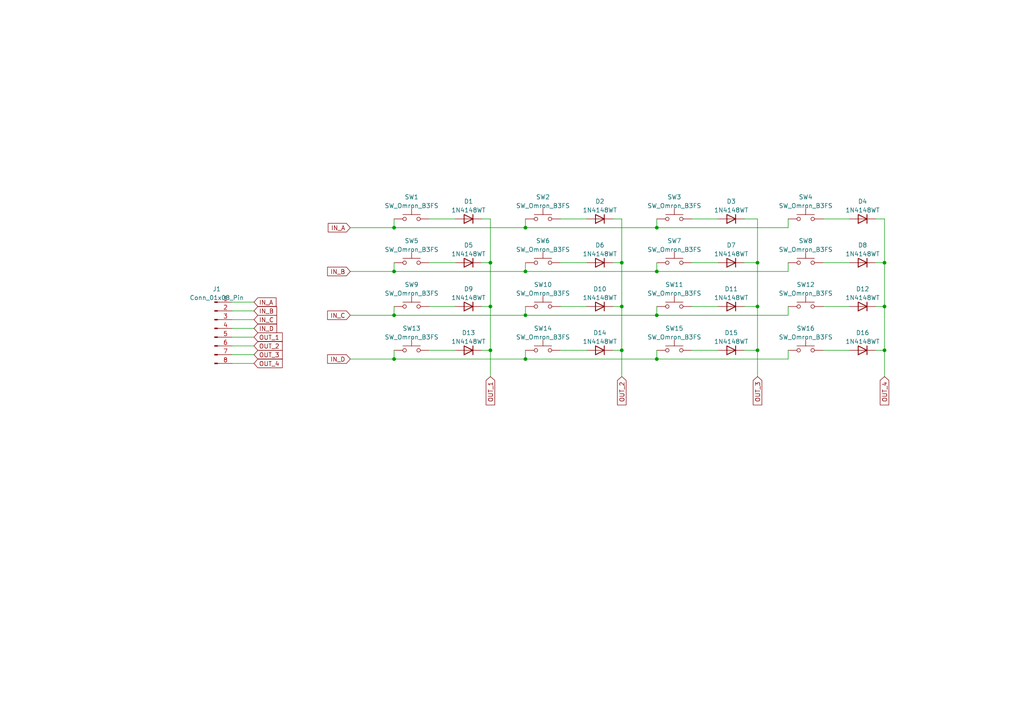
<source format=kicad_sch>
(kicad_sch (version 20230121) (generator eeschema)

  (uuid a127da7a-747c-4bfd-9203-03a6bcfb0c19)

  (paper "A4")

  (lib_symbols
    (symbol "Connector:Conn_01x08_Pin" (pin_names (offset 1.016) hide) (in_bom yes) (on_board yes)
      (property "Reference" "J" (at 0 10.16 0)
        (effects (font (size 1.27 1.27)))
      )
      (property "Value" "Conn_01x08_Pin" (at 0 -12.7 0)
        (effects (font (size 1.27 1.27)))
      )
      (property "Footprint" "" (at 0 0 0)
        (effects (font (size 1.27 1.27)) hide)
      )
      (property "Datasheet" "~" (at 0 0 0)
        (effects (font (size 1.27 1.27)) hide)
      )
      (property "ki_locked" "" (at 0 0 0)
        (effects (font (size 1.27 1.27)))
      )
      (property "ki_keywords" "connector" (at 0 0 0)
        (effects (font (size 1.27 1.27)) hide)
      )
      (property "ki_description" "Generic connector, single row, 01x08, script generated" (at 0 0 0)
        (effects (font (size 1.27 1.27)) hide)
      )
      (property "ki_fp_filters" "Connector*:*_1x??_*" (at 0 0 0)
        (effects (font (size 1.27 1.27)) hide)
      )
      (symbol "Conn_01x08_Pin_1_1"
        (polyline
          (pts
            (xy 1.27 -10.16)
            (xy 0.8636 -10.16)
          )
          (stroke (width 0.1524) (type default))
          (fill (type none))
        )
        (polyline
          (pts
            (xy 1.27 -7.62)
            (xy 0.8636 -7.62)
          )
          (stroke (width 0.1524) (type default))
          (fill (type none))
        )
        (polyline
          (pts
            (xy 1.27 -5.08)
            (xy 0.8636 -5.08)
          )
          (stroke (width 0.1524) (type default))
          (fill (type none))
        )
        (polyline
          (pts
            (xy 1.27 -2.54)
            (xy 0.8636 -2.54)
          )
          (stroke (width 0.1524) (type default))
          (fill (type none))
        )
        (polyline
          (pts
            (xy 1.27 0)
            (xy 0.8636 0)
          )
          (stroke (width 0.1524) (type default))
          (fill (type none))
        )
        (polyline
          (pts
            (xy 1.27 2.54)
            (xy 0.8636 2.54)
          )
          (stroke (width 0.1524) (type default))
          (fill (type none))
        )
        (polyline
          (pts
            (xy 1.27 5.08)
            (xy 0.8636 5.08)
          )
          (stroke (width 0.1524) (type default))
          (fill (type none))
        )
        (polyline
          (pts
            (xy 1.27 7.62)
            (xy 0.8636 7.62)
          )
          (stroke (width 0.1524) (type default))
          (fill (type none))
        )
        (rectangle (start 0.8636 -10.033) (end 0 -10.287)
          (stroke (width 0.1524) (type default))
          (fill (type outline))
        )
        (rectangle (start 0.8636 -7.493) (end 0 -7.747)
          (stroke (width 0.1524) (type default))
          (fill (type outline))
        )
        (rectangle (start 0.8636 -4.953) (end 0 -5.207)
          (stroke (width 0.1524) (type default))
          (fill (type outline))
        )
        (rectangle (start 0.8636 -2.413) (end 0 -2.667)
          (stroke (width 0.1524) (type default))
          (fill (type outline))
        )
        (rectangle (start 0.8636 0.127) (end 0 -0.127)
          (stroke (width 0.1524) (type default))
          (fill (type outline))
        )
        (rectangle (start 0.8636 2.667) (end 0 2.413)
          (stroke (width 0.1524) (type default))
          (fill (type outline))
        )
        (rectangle (start 0.8636 5.207) (end 0 4.953)
          (stroke (width 0.1524) (type default))
          (fill (type outline))
        )
        (rectangle (start 0.8636 7.747) (end 0 7.493)
          (stroke (width 0.1524) (type default))
          (fill (type outline))
        )
        (pin passive line (at 5.08 7.62 180) (length 3.81)
          (name "Pin_1" (effects (font (size 1.27 1.27))))
          (number "1" (effects (font (size 1.27 1.27))))
        )
        (pin passive line (at 5.08 5.08 180) (length 3.81)
          (name "Pin_2" (effects (font (size 1.27 1.27))))
          (number "2" (effects (font (size 1.27 1.27))))
        )
        (pin passive line (at 5.08 2.54 180) (length 3.81)
          (name "Pin_3" (effects (font (size 1.27 1.27))))
          (number "3" (effects (font (size 1.27 1.27))))
        )
        (pin passive line (at 5.08 0 180) (length 3.81)
          (name "Pin_4" (effects (font (size 1.27 1.27))))
          (number "4" (effects (font (size 1.27 1.27))))
        )
        (pin passive line (at 5.08 -2.54 180) (length 3.81)
          (name "Pin_5" (effects (font (size 1.27 1.27))))
          (number "5" (effects (font (size 1.27 1.27))))
        )
        (pin passive line (at 5.08 -5.08 180) (length 3.81)
          (name "Pin_6" (effects (font (size 1.27 1.27))))
          (number "6" (effects (font (size 1.27 1.27))))
        )
        (pin passive line (at 5.08 -7.62 180) (length 3.81)
          (name "Pin_7" (effects (font (size 1.27 1.27))))
          (number "7" (effects (font (size 1.27 1.27))))
        )
        (pin passive line (at 5.08 -10.16 180) (length 3.81)
          (name "Pin_8" (effects (font (size 1.27 1.27))))
          (number "8" (effects (font (size 1.27 1.27))))
        )
      )
    )
    (symbol "Diode:1N4148WT" (pin_numbers hide) (pin_names hide) (in_bom yes) (on_board yes)
      (property "Reference" "D" (at 0 2.54 0)
        (effects (font (size 1.27 1.27)))
      )
      (property "Value" "1N4148WT" (at 0 -2.54 0)
        (effects (font (size 1.27 1.27)))
      )
      (property "Footprint" "Diode_SMD:D_SOD-523" (at 0 -4.445 0)
        (effects (font (size 1.27 1.27)) hide)
      )
      (property "Datasheet" "https://www.diodes.com/assets/Datasheets/ds30396.pdf" (at 0 0 0)
        (effects (font (size 1.27 1.27)) hide)
      )
      (property "Sim.Device" "D" (at 0 0 0)
        (effects (font (size 1.27 1.27)) hide)
      )
      (property "Sim.Pins" "1=K 2=A" (at 0 0 0)
        (effects (font (size 1.27 1.27)) hide)
      )
      (property "ki_keywords" "diode" (at 0 0 0)
        (effects (font (size 1.27 1.27)) hide)
      )
      (property "ki_description" "75V 0.15A Fast switching Diode, SOD-523" (at 0 0 0)
        (effects (font (size 1.27 1.27)) hide)
      )
      (property "ki_fp_filters" "D*SOD?523*" (at 0 0 0)
        (effects (font (size 1.27 1.27)) hide)
      )
      (symbol "1N4148WT_0_1"
        (polyline
          (pts
            (xy -1.27 1.27)
            (xy -1.27 -1.27)
          )
          (stroke (width 0.254) (type default))
          (fill (type none))
        )
        (polyline
          (pts
            (xy 1.27 0)
            (xy -1.27 0)
          )
          (stroke (width 0) (type default))
          (fill (type none))
        )
        (polyline
          (pts
            (xy 1.27 1.27)
            (xy 1.27 -1.27)
            (xy -1.27 0)
            (xy 1.27 1.27)
          )
          (stroke (width 0.254) (type default))
          (fill (type none))
        )
      )
      (symbol "1N4148WT_1_1"
        (pin passive line (at -3.81 0 0) (length 2.54)
          (name "K" (effects (font (size 1.27 1.27))))
          (number "1" (effects (font (size 1.27 1.27))))
        )
        (pin passive line (at 3.81 0 180) (length 2.54)
          (name "A" (effects (font (size 1.27 1.27))))
          (number "2" (effects (font (size 1.27 1.27))))
        )
      )
    )
    (symbol "Switch:SW_Omron_B3FS" (pin_numbers hide) (pin_names (offset 1.016) hide) (in_bom yes) (on_board yes)
      (property "Reference" "SW" (at 1.27 2.54 0)
        (effects (font (size 1.27 1.27)) (justify left))
      )
      (property "Value" "SW_Omron_B3FS" (at 0 -1.524 0)
        (effects (font (size 1.27 1.27)))
      )
      (property "Footprint" "" (at 0 5.08 0)
        (effects (font (size 1.27 1.27)) hide)
      )
      (property "Datasheet" "https://omronfs.omron.com/en_US/ecb/products/pdf/en-b3fs.pdf" (at 0 5.08 0)
        (effects (font (size 1.27 1.27)) hide)
      )
      (property "ki_keywords" "switch normally-open pushbutton push-button" (at 0 0 0)
        (effects (font (size 1.27 1.27)) hide)
      )
      (property "ki_description" "Omron B3FS 6x6mm single pole normally-open tactile switch" (at 0 0 0)
        (effects (font (size 1.27 1.27)) hide)
      )
      (property "ki_fp_filters" "SW*Omron*B3FS*" (at 0 0 0)
        (effects (font (size 1.27 1.27)) hide)
      )
      (symbol "SW_Omron_B3FS_0_1"
        (circle (center -2.032 0) (radius 0.508)
          (stroke (width 0) (type default))
          (fill (type none))
        )
        (polyline
          (pts
            (xy 0 1.27)
            (xy 0 3.048)
          )
          (stroke (width 0) (type default))
          (fill (type none))
        )
        (polyline
          (pts
            (xy 2.54 1.27)
            (xy -2.54 1.27)
          )
          (stroke (width 0) (type default))
          (fill (type none))
        )
        (circle (center 2.032 0) (radius 0.508)
          (stroke (width 0) (type default))
          (fill (type none))
        )
        (pin passive line (at -5.08 0 0) (length 2.54)
          (name "1" (effects (font (size 1.27 1.27))))
          (number "1" (effects (font (size 1.27 1.27))))
        )
        (pin passive line (at 5.08 0 180) (length 2.54)
          (name "2" (effects (font (size 1.27 1.27))))
          (number "2" (effects (font (size 1.27 1.27))))
        )
      )
    )
  )

  (junction (at 256.54 76.2) (diameter 0) (color 0 0 0 0)
    (uuid 033a4653-da94-4630-9e09-46b949590dcc)
  )
  (junction (at 190.5 78.74) (diameter 0) (color 0 0 0 0)
    (uuid 20be7dd9-0fc8-4fe7-9310-b62440a02710)
  )
  (junction (at 219.71 76.2) (diameter 0) (color 0 0 0 0)
    (uuid 255abc29-5ce1-48d9-954d-828d019ccf11)
  )
  (junction (at 152.4 78.74) (diameter 0) (color 0 0 0 0)
    (uuid 48a8f92f-c3e3-4ff1-9a95-3b3fb0e155e5)
  )
  (junction (at 180.34 88.9) (diameter 0) (color 0 0 0 0)
    (uuid 4de6ca5a-2be7-4099-8de4-3b77eee71bf3)
  )
  (junction (at 152.4 66.04) (diameter 0) (color 0 0 0 0)
    (uuid 572bf79d-f281-48d1-bbbb-c544602b74d4)
  )
  (junction (at 190.5 91.44) (diameter 0) (color 0 0 0 0)
    (uuid 5f0afe35-1ee1-4c4f-b1d8-4167de505870)
  )
  (junction (at 152.4 91.44) (diameter 0) (color 0 0 0 0)
    (uuid 6ee90a86-63a2-4949-a135-148ebdf7f29d)
  )
  (junction (at 219.71 88.9) (diameter 0) (color 0 0 0 0)
    (uuid 7b9e4b6f-f2ba-46e1-85c0-0ca309ec31f4)
  )
  (junction (at 114.3 104.14) (diameter 0) (color 0 0 0 0)
    (uuid 83591c1f-9fa4-42f2-b07c-78f34cc0dc7c)
  )
  (junction (at 219.71 101.6) (diameter 0) (color 0 0 0 0)
    (uuid 86355467-90fd-4e71-aa70-7340b9cef1bd)
  )
  (junction (at 190.5 104.14) (diameter 0) (color 0 0 0 0)
    (uuid 8a5ca662-2da9-4b3c-be3b-c9010fe11c1d)
  )
  (junction (at 190.5 66.04) (diameter 0) (color 0 0 0 0)
    (uuid 948d84da-3746-45a0-b61f-66478c58ef86)
  )
  (junction (at 114.3 91.44) (diameter 0) (color 0 0 0 0)
    (uuid 9cc9af4a-b23a-4950-ad35-71b36f26099a)
  )
  (junction (at 142.24 88.9) (diameter 0) (color 0 0 0 0)
    (uuid 9f991d6c-9254-4094-8060-519d8a9d8ba9)
  )
  (junction (at 180.34 101.6) (diameter 0) (color 0 0 0 0)
    (uuid ae394dec-56c0-4db3-9687-7553cb83b7e9)
  )
  (junction (at 114.3 66.04) (diameter 0) (color 0 0 0 0)
    (uuid b3120c54-4c1b-49e7-a1e3-6857b18758ba)
  )
  (junction (at 256.54 101.6) (diameter 0) (color 0 0 0 0)
    (uuid b5619452-359b-410d-a7a2-5dde1785a279)
  )
  (junction (at 256.54 88.9) (diameter 0) (color 0 0 0 0)
    (uuid d4562b37-ac7c-48a9-9186-cb7914b328e0)
  )
  (junction (at 180.34 76.2) (diameter 0) (color 0 0 0 0)
    (uuid e5cd7718-3ba4-4e53-8d37-c9d0b92cbf2c)
  )
  (junction (at 142.24 101.6) (diameter 0) (color 0 0 0 0)
    (uuid e68892db-1d66-490c-b8ad-f880a9d6bf17)
  )
  (junction (at 142.24 76.2) (diameter 0) (color 0 0 0 0)
    (uuid e6e1093b-7065-49c9-bd68-db302c8f38e3)
  )
  (junction (at 152.4 104.14) (diameter 0) (color 0 0 0 0)
    (uuid fa4c7c0e-c6a4-4d54-afb2-f7ed0be62f66)
  )
  (junction (at 114.3 78.74) (diameter 0) (color 0 0 0 0)
    (uuid ff620810-700b-4649-8d81-33ffc9d33306)
  )

  (wire (pts (xy 180.34 63.5) (xy 177.8 63.5))
    (stroke (width 0) (type default))
    (uuid 03d3c9c0-c439-4a36-802a-ea607dcef50e)
  )
  (wire (pts (xy 256.54 88.9) (xy 256.54 76.2))
    (stroke (width 0) (type default))
    (uuid 053039ca-0b2a-48e1-82f6-65b860a0833f)
  )
  (wire (pts (xy 215.9 88.9) (xy 219.71 88.9))
    (stroke (width 0) (type default))
    (uuid 08e69194-97be-4824-913e-22623df10e5a)
  )
  (wire (pts (xy 190.5 66.04) (xy 228.6 66.04))
    (stroke (width 0) (type default))
    (uuid 0cb305c2-2ba2-4231-a574-eb150664b341)
  )
  (wire (pts (xy 219.71 88.9) (xy 219.71 76.2))
    (stroke (width 0) (type default))
    (uuid 1254c14d-5479-4bf8-974c-ee65ee372fc6)
  )
  (wire (pts (xy 114.3 101.6) (xy 114.3 104.14))
    (stroke (width 0) (type default))
    (uuid 14e67436-2caf-4203-9669-3a7856d16c44)
  )
  (wire (pts (xy 162.56 88.9) (xy 170.18 88.9))
    (stroke (width 0) (type default))
    (uuid 1643fa0c-d6c5-4345-ad45-0e4e84856ee6)
  )
  (wire (pts (xy 152.4 101.6) (xy 152.4 104.14))
    (stroke (width 0) (type default))
    (uuid 1b18940a-9a01-42ca-9dea-2a054cb3f577)
  )
  (wire (pts (xy 114.3 104.14) (xy 152.4 104.14))
    (stroke (width 0) (type default))
    (uuid 1cd3af86-8871-4e45-96ee-c9bf2c868390)
  )
  (wire (pts (xy 142.24 88.9) (xy 142.24 76.2))
    (stroke (width 0) (type default))
    (uuid 1dceec41-4455-466c-8f2f-67fe86f426ce)
  )
  (wire (pts (xy 190.5 101.6) (xy 190.5 104.14))
    (stroke (width 0) (type default))
    (uuid 1e4f173c-467d-4bb8-8f42-2937569c2b16)
  )
  (wire (pts (xy 67.31 102.87) (xy 73.66 102.87))
    (stroke (width 0) (type default))
    (uuid 1f287302-8246-465b-bb27-54fffdafafe5)
  )
  (wire (pts (xy 177.8 101.6) (xy 180.34 101.6))
    (stroke (width 0) (type default))
    (uuid 1f655811-820a-4355-8033-56e966e026e9)
  )
  (wire (pts (xy 114.3 91.44) (xy 152.4 91.44))
    (stroke (width 0) (type default))
    (uuid 2206c8cb-e444-4b4e-a6c4-155991b17d40)
  )
  (wire (pts (xy 256.54 101.6) (xy 256.54 88.9))
    (stroke (width 0) (type default))
    (uuid 274d66ea-86c0-4871-83b9-312e4e8f7150)
  )
  (wire (pts (xy 162.56 101.6) (xy 170.18 101.6))
    (stroke (width 0) (type default))
    (uuid 28a0946d-dfff-4ba4-83af-6a43e4b2a01b)
  )
  (wire (pts (xy 152.4 78.74) (xy 190.5 78.74))
    (stroke (width 0) (type default))
    (uuid 2ecc5f33-d940-49c8-bb55-27d74e8beda9)
  )
  (wire (pts (xy 67.31 97.79) (xy 73.66 97.79))
    (stroke (width 0) (type default))
    (uuid 32a76884-70c7-48b3-b3e3-2c5b3c43f306)
  )
  (wire (pts (xy 254 76.2) (xy 256.54 76.2))
    (stroke (width 0) (type default))
    (uuid 38a2a464-07b7-4b64-9a14-3cd5c459e403)
  )
  (wire (pts (xy 200.66 63.5) (xy 208.28 63.5))
    (stroke (width 0) (type default))
    (uuid 3a750ad8-5d86-4116-a0ca-7a3fbbfe58ca)
  )
  (wire (pts (xy 139.7 76.2) (xy 142.24 76.2))
    (stroke (width 0) (type default))
    (uuid 3af3aaa2-99b2-46ce-a546-8eb2a5134bb7)
  )
  (wire (pts (xy 254 101.6) (xy 256.54 101.6))
    (stroke (width 0) (type default))
    (uuid 3fc527d7-5658-4a0d-84b8-a6589dd44e87)
  )
  (wire (pts (xy 256.54 76.2) (xy 256.54 63.5))
    (stroke (width 0) (type default))
    (uuid 40ff74e0-96a1-4645-8096-a6cb1c3747a3)
  )
  (wire (pts (xy 142.24 109.22) (xy 142.24 101.6))
    (stroke (width 0) (type default))
    (uuid 42a02638-ed4a-4534-9769-7b1a36041894)
  )
  (wire (pts (xy 219.71 63.5) (xy 215.9 63.5))
    (stroke (width 0) (type default))
    (uuid 45c42a4a-14c4-4039-b2a9-36d15bd83f58)
  )
  (wire (pts (xy 228.6 66.04) (xy 228.6 63.5))
    (stroke (width 0) (type default))
    (uuid 4f03a096-852d-44f9-9698-739a2a29be46)
  )
  (wire (pts (xy 124.46 88.9) (xy 132.08 88.9))
    (stroke (width 0) (type default))
    (uuid 50fbb990-cfb0-4a5d-b72d-a46334e17f08)
  )
  (wire (pts (xy 114.3 88.9) (xy 114.3 91.44))
    (stroke (width 0) (type default))
    (uuid 51cd80c1-72a3-460e-83bf-9ea59720643b)
  )
  (wire (pts (xy 142.24 101.6) (xy 142.24 88.9))
    (stroke (width 0) (type default))
    (uuid 53c0f76c-7ffb-417c-baa8-597f1aa7340d)
  )
  (wire (pts (xy 101.6 91.44) (xy 114.3 91.44))
    (stroke (width 0) (type default))
    (uuid 571302c4-82a1-42fe-84d2-ba9eab6c2411)
  )
  (wire (pts (xy 219.71 109.22) (xy 219.71 101.6))
    (stroke (width 0) (type default))
    (uuid 59f27802-26fe-430b-aa9e-ff956ba6f7b0)
  )
  (wire (pts (xy 67.31 87.63) (xy 73.66 87.63))
    (stroke (width 0) (type default))
    (uuid 64ecaf9f-d987-424b-b7c4-630350312e49)
  )
  (wire (pts (xy 180.34 76.2) (xy 180.34 63.5))
    (stroke (width 0) (type default))
    (uuid 68f9fd78-c0e3-43a7-8074-6d57ef6d8f59)
  )
  (wire (pts (xy 152.4 76.2) (xy 152.4 78.74))
    (stroke (width 0) (type default))
    (uuid 6af232bc-ed63-4915-bc07-bf2412aaf6b4)
  )
  (wire (pts (xy 228.6 78.74) (xy 228.6 76.2))
    (stroke (width 0) (type default))
    (uuid 6c600782-7006-4f8a-9cf4-f926e50b6261)
  )
  (wire (pts (xy 180.34 88.9) (xy 180.34 76.2))
    (stroke (width 0) (type default))
    (uuid 6d327e42-04bc-4972-bf19-779bb886a695)
  )
  (wire (pts (xy 142.24 76.2) (xy 142.24 63.5))
    (stroke (width 0) (type default))
    (uuid 6db3a9ca-6841-4427-9917-8b5cf53183db)
  )
  (wire (pts (xy 200.66 76.2) (xy 208.28 76.2))
    (stroke (width 0) (type default))
    (uuid 726b170d-6e95-41e5-8625-048f5f299ed1)
  )
  (wire (pts (xy 254 88.9) (xy 256.54 88.9))
    (stroke (width 0) (type default))
    (uuid 73db3348-f583-4f17-bcba-aa55a1fe1f57)
  )
  (wire (pts (xy 190.5 104.14) (xy 228.6 104.14))
    (stroke (width 0) (type default))
    (uuid 7491a79c-1740-4ca1-a3fd-83d34651890a)
  )
  (wire (pts (xy 114.3 76.2) (xy 114.3 78.74))
    (stroke (width 0) (type default))
    (uuid 78431b8e-8abe-42f8-b33a-55c8becb5be2)
  )
  (wire (pts (xy 67.31 90.17) (xy 73.66 90.17))
    (stroke (width 0) (type default))
    (uuid 78d3c64e-0c09-4a90-a2f6-a715c522e8fa)
  )
  (wire (pts (xy 215.9 101.6) (xy 219.71 101.6))
    (stroke (width 0) (type default))
    (uuid 7900d2ac-f2e0-47d1-933e-3b26c5269c26)
  )
  (wire (pts (xy 162.56 76.2) (xy 170.18 76.2))
    (stroke (width 0) (type default))
    (uuid 7b228015-e2ec-47f0-ae88-4abef4cbc8c2)
  )
  (wire (pts (xy 177.8 76.2) (xy 180.34 76.2))
    (stroke (width 0) (type default))
    (uuid 7cb8a0ed-6a72-48e4-a0b8-06cbadc579c9)
  )
  (wire (pts (xy 152.4 104.14) (xy 190.5 104.14))
    (stroke (width 0) (type default))
    (uuid 7f305dd9-2371-48eb-b069-8c8707d266c2)
  )
  (wire (pts (xy 124.46 101.6) (xy 132.08 101.6))
    (stroke (width 0) (type default))
    (uuid 8193b804-c083-401c-8799-2eabcda5b758)
  )
  (wire (pts (xy 228.6 91.44) (xy 228.6 88.9))
    (stroke (width 0) (type default))
    (uuid 847fd3db-5cc5-46b9-a735-713bc916da78)
  )
  (wire (pts (xy 152.4 88.9) (xy 152.4 91.44))
    (stroke (width 0) (type default))
    (uuid 8dabf883-9291-42ad-af01-d78cc308d910)
  )
  (wire (pts (xy 215.9 76.2) (xy 219.71 76.2))
    (stroke (width 0) (type default))
    (uuid 8e1e035d-bb24-43ff-8370-c9f0ff7290c9)
  )
  (wire (pts (xy 219.71 101.6) (xy 219.71 88.9))
    (stroke (width 0) (type default))
    (uuid 8fbdd501-1239-4d83-ab1f-b7c8175fc4dd)
  )
  (wire (pts (xy 238.76 101.6) (xy 246.38 101.6))
    (stroke (width 0) (type default))
    (uuid 93088fd8-d6d6-4853-b7c1-8f8139221388)
  )
  (wire (pts (xy 219.71 76.2) (xy 219.71 63.5))
    (stroke (width 0) (type default))
    (uuid 95528b27-89b0-456d-b9b9-25e4f40e348e)
  )
  (wire (pts (xy 238.76 63.5) (xy 246.38 63.5))
    (stroke (width 0) (type default))
    (uuid 9968f7e1-2a7b-4de1-8fb7-f7f3e91d8f23)
  )
  (wire (pts (xy 256.54 63.5) (xy 254 63.5))
    (stroke (width 0) (type default))
    (uuid a31726d5-faa7-4007-977c-c069538aaadc)
  )
  (wire (pts (xy 190.5 91.44) (xy 228.6 91.44))
    (stroke (width 0) (type default))
    (uuid a318d469-0a45-45c1-b622-32925eb7645d)
  )
  (wire (pts (xy 101.6 66.04) (xy 114.3 66.04))
    (stroke (width 0) (type default))
    (uuid a374ce87-71bc-47c8-a12c-31937b194898)
  )
  (wire (pts (xy 139.7 88.9) (xy 142.24 88.9))
    (stroke (width 0) (type default))
    (uuid a78fdeb1-33ef-4dbe-bd8d-a5b4ef2f1393)
  )
  (wire (pts (xy 124.46 63.5) (xy 132.08 63.5))
    (stroke (width 0) (type default))
    (uuid aa8dd1c5-a3bd-453c-9563-08e6445a5f1b)
  )
  (wire (pts (xy 238.76 88.9) (xy 246.38 88.9))
    (stroke (width 0) (type default))
    (uuid ac752c2e-d4c6-4e3a-b899-f7fdf3b590e5)
  )
  (wire (pts (xy 101.6 104.14) (xy 114.3 104.14))
    (stroke (width 0) (type default))
    (uuid ae824ea4-495e-41c4-9543-03c0d9ddf7c0)
  )
  (wire (pts (xy 114.3 78.74) (xy 152.4 78.74))
    (stroke (width 0) (type default))
    (uuid b03a164b-61b3-43fd-aba4-1467cfc938ad)
  )
  (wire (pts (xy 152.4 91.44) (xy 190.5 91.44))
    (stroke (width 0) (type default))
    (uuid b0460f56-e047-4f47-9947-261696cfdf9c)
  )
  (wire (pts (xy 228.6 104.14) (xy 228.6 101.6))
    (stroke (width 0) (type default))
    (uuid b7b8057c-770b-4050-ac02-4900cf3dd999)
  )
  (wire (pts (xy 152.4 63.5) (xy 152.4 66.04))
    (stroke (width 0) (type default))
    (uuid bf3aa619-249d-48d3-92ec-6d763d91f376)
  )
  (wire (pts (xy 67.31 95.25) (xy 73.66 95.25))
    (stroke (width 0) (type default))
    (uuid c0e79b85-7acb-40ae-b61f-8b8428e2648c)
  )
  (wire (pts (xy 152.4 66.04) (xy 190.5 66.04))
    (stroke (width 0) (type default))
    (uuid c340cfc7-9f46-498d-bf85-cc2f69be8ee7)
  )
  (wire (pts (xy 177.8 88.9) (xy 180.34 88.9))
    (stroke (width 0) (type default))
    (uuid c7eac725-127e-4afe-aded-21acb7903f3c)
  )
  (wire (pts (xy 124.46 76.2) (xy 132.08 76.2))
    (stroke (width 0) (type default))
    (uuid cc7b3ce6-4ddf-4382-b483-95338bea3e3d)
  )
  (wire (pts (xy 67.31 105.41) (xy 73.66 105.41))
    (stroke (width 0) (type default))
    (uuid ce336381-9e97-45eb-9ead-734a014fea04)
  )
  (wire (pts (xy 180.34 109.22) (xy 180.34 101.6))
    (stroke (width 0) (type default))
    (uuid cf7a8eff-8b25-4c9b-91a1-ba0d374f4453)
  )
  (wire (pts (xy 190.5 76.2) (xy 190.5 78.74))
    (stroke (width 0) (type default))
    (uuid d11abc12-ed30-4bd1-9823-c4325cb752c4)
  )
  (wire (pts (xy 114.3 63.5) (xy 114.3 66.04))
    (stroke (width 0) (type default))
    (uuid d6986aae-5bcf-4d61-bb2d-0763e5e39d9f)
  )
  (wire (pts (xy 190.5 63.5) (xy 190.5 66.04))
    (stroke (width 0) (type default))
    (uuid d81314d0-306b-4b88-acfe-a901658d89c4)
  )
  (wire (pts (xy 67.31 92.71) (xy 73.66 92.71))
    (stroke (width 0) (type default))
    (uuid dd5a522a-fa02-4447-902f-006b8ed3a08e)
  )
  (wire (pts (xy 162.56 63.5) (xy 170.18 63.5))
    (stroke (width 0) (type default))
    (uuid e408168d-9603-45fa-a2d5-4b78a9143560)
  )
  (wire (pts (xy 101.6 78.74) (xy 114.3 78.74))
    (stroke (width 0) (type default))
    (uuid e4abfcba-5018-47f6-baaa-41ef2fb43306)
  )
  (wire (pts (xy 256.54 109.22) (xy 256.54 101.6))
    (stroke (width 0) (type default))
    (uuid e91c3848-1183-4bda-b073-95d3994e80bd)
  )
  (wire (pts (xy 139.7 101.6) (xy 142.24 101.6))
    (stroke (width 0) (type default))
    (uuid eb16b609-24ca-44d7-b1c3-7a99f6999323)
  )
  (wire (pts (xy 142.24 63.5) (xy 139.7 63.5))
    (stroke (width 0) (type default))
    (uuid ec55b473-bd23-4a84-bf18-000873b65db8)
  )
  (wire (pts (xy 200.66 88.9) (xy 208.28 88.9))
    (stroke (width 0) (type default))
    (uuid ec6b1843-18c6-43f5-8825-efeae39921aa)
  )
  (wire (pts (xy 238.76 76.2) (xy 246.38 76.2))
    (stroke (width 0) (type default))
    (uuid ecbc81cf-43b2-427c-9844-f7f755f8edc8)
  )
  (wire (pts (xy 190.5 88.9) (xy 190.5 91.44))
    (stroke (width 0) (type default))
    (uuid ed57b57f-d0a3-47e1-9d6b-fc8585db6a46)
  )
  (wire (pts (xy 180.34 101.6) (xy 180.34 88.9))
    (stroke (width 0) (type default))
    (uuid ee3472f5-6efd-4d38-a00e-efbe95fa7df6)
  )
  (wire (pts (xy 114.3 66.04) (xy 152.4 66.04))
    (stroke (width 0) (type default))
    (uuid eeb016f6-8f97-426e-bef7-df6650cd3d8e)
  )
  (wire (pts (xy 67.31 100.33) (xy 73.66 100.33))
    (stroke (width 0) (type default))
    (uuid f2a1cb36-e760-4e17-b955-f7baad19a93c)
  )
  (wire (pts (xy 190.5 78.74) (xy 228.6 78.74))
    (stroke (width 0) (type default))
    (uuid f2aa264e-be91-44a2-859c-fbd9d81e49d1)
  )
  (wire (pts (xy 200.66 101.6) (xy 208.28 101.6))
    (stroke (width 0) (type default))
    (uuid febc2ac2-be1e-4fba-b41f-83d958c42e38)
  )

  (global_label "IN_B" (shape input) (at 101.6 78.74 180) (fields_autoplaced)
    (effects (font (size 1.27 1.27)) (justify right))
    (uuid 028c005a-533c-482c-b531-6e67dfc182a6)
    (property "Intersheetrefs" "${INTERSHEET_REFS}" (at 94.5213 78.74 0)
      (effects (font (size 1.27 1.27)) (justify right) hide)
    )
  )
  (global_label "IN_C" (shape input) (at 73.66 92.71 0) (fields_autoplaced)
    (effects (font (size 1.27 1.27)) (justify left))
    (uuid 036b097b-bb19-42ad-b614-620cf02f6553)
    (property "Intersheetrefs" "${INTERSHEET_REFS}" (at 80.7387 92.71 0)
      (effects (font (size 1.27 1.27)) (justify left) hide)
    )
  )
  (global_label "OUT_2" (shape input) (at 180.34 109.22 270) (fields_autoplaced)
    (effects (font (size 1.27 1.27)) (justify right))
    (uuid 25bf7c06-eef4-45e3-87f8-1da076a70620)
    (property "Intersheetrefs" "${INTERSHEET_REFS}" (at 180.34 117.9315 90)
      (effects (font (size 1.27 1.27)) (justify right) hide)
    )
  )
  (global_label "IN_D" (shape input) (at 73.66 95.25 0) (fields_autoplaced)
    (effects (font (size 1.27 1.27)) (justify left))
    (uuid 2bc1b27e-69e3-4e3d-be63-dd4037da3587)
    (property "Intersheetrefs" "${INTERSHEET_REFS}" (at 80.7387 95.25 0)
      (effects (font (size 1.27 1.27)) (justify left) hide)
    )
  )
  (global_label "OUT_3" (shape input) (at 219.71 109.22 270) (fields_autoplaced)
    (effects (font (size 1.27 1.27)) (justify right))
    (uuid 33e20bf4-55db-4f7b-97f1-cbdf3a9a483f)
    (property "Intersheetrefs" "${INTERSHEET_REFS}" (at 219.71 117.9315 90)
      (effects (font (size 1.27 1.27)) (justify right) hide)
    )
  )
  (global_label "IN_C" (shape input) (at 101.6 91.44 180) (fields_autoplaced)
    (effects (font (size 1.27 1.27)) (justify right))
    (uuid 3e601639-a4af-4074-b059-5d3ee6d2ae50)
    (property "Intersheetrefs" "${INTERSHEET_REFS}" (at 94.5213 91.44 0)
      (effects (font (size 1.27 1.27)) (justify right) hide)
    )
  )
  (global_label "IN_A" (shape input) (at 73.66 87.63 0) (fields_autoplaced)
    (effects (font (size 1.27 1.27)) (justify left))
    (uuid 8c9bea61-9d00-4e31-9c98-016e4fe27b11)
    (property "Intersheetrefs" "${INTERSHEET_REFS}" (at 80.5573 87.63 0)
      (effects (font (size 1.27 1.27)) (justify left) hide)
    )
  )
  (global_label "OUT_4" (shape input) (at 73.66 105.41 0) (fields_autoplaced)
    (effects (font (size 1.27 1.27)) (justify left))
    (uuid 9d773008-d56a-4d99-8e05-503a337e287d)
    (property "Intersheetrefs" "${INTERSHEET_REFS}" (at 82.3715 105.41 0)
      (effects (font (size 1.27 1.27)) (justify left) hide)
    )
  )
  (global_label "OUT_4" (shape input) (at 256.54 109.22 270) (fields_autoplaced)
    (effects (font (size 1.27 1.27)) (justify right))
    (uuid a62063a8-8aa1-4b6b-9855-380ed02e7046)
    (property "Intersheetrefs" "${INTERSHEET_REFS}" (at 256.54 117.9315 90)
      (effects (font (size 1.27 1.27)) (justify right) hide)
    )
  )
  (global_label "OUT_1" (shape input) (at 73.66 97.79 0) (fields_autoplaced)
    (effects (font (size 1.27 1.27)) (justify left))
    (uuid b5b43c6a-75aa-40ad-8d52-f707390803f1)
    (property "Intersheetrefs" "${INTERSHEET_REFS}" (at 82.3715 97.79 0)
      (effects (font (size 1.27 1.27)) (justify left) hide)
    )
  )
  (global_label "IN_D" (shape input) (at 101.6 104.14 180) (fields_autoplaced)
    (effects (font (size 1.27 1.27)) (justify right))
    (uuid bcc4f902-0531-43b1-9ed0-a79504b06a10)
    (property "Intersheetrefs" "${INTERSHEET_REFS}" (at 94.5213 104.14 0)
      (effects (font (size 1.27 1.27)) (justify right) hide)
    )
  )
  (global_label "IN_A" (shape input) (at 101.6 66.04 180) (fields_autoplaced)
    (effects (font (size 1.27 1.27)) (justify right))
    (uuid db753d72-e62b-4afb-8f5e-11392f5c45f0)
    (property "Intersheetrefs" "${INTERSHEET_REFS}" (at 94.7027 66.04 0)
      (effects (font (size 1.27 1.27)) (justify right) hide)
    )
  )
  (global_label "OUT_2" (shape input) (at 73.66 100.33 0) (fields_autoplaced)
    (effects (font (size 1.27 1.27)) (justify left))
    (uuid dd99cd1e-25cc-4e0b-a275-93089449f7cd)
    (property "Intersheetrefs" "${INTERSHEET_REFS}" (at 82.3715 100.33 0)
      (effects (font (size 1.27 1.27)) (justify left) hide)
    )
  )
  (global_label "IN_B" (shape input) (at 73.66 90.17 0) (fields_autoplaced)
    (effects (font (size 1.27 1.27)) (justify left))
    (uuid e14d6ed4-12bc-4f6e-a380-708ee2f3065a)
    (property "Intersheetrefs" "${INTERSHEET_REFS}" (at 80.7387 90.17 0)
      (effects (font (size 1.27 1.27)) (justify left) hide)
    )
  )
  (global_label "OUT_3" (shape input) (at 73.66 102.87 0) (fields_autoplaced)
    (effects (font (size 1.27 1.27)) (justify left))
    (uuid ea120bd9-cd8d-4a7e-b0b2-be5662ed268f)
    (property "Intersheetrefs" "${INTERSHEET_REFS}" (at 82.3715 102.87 0)
      (effects (font (size 1.27 1.27)) (justify left) hide)
    )
  )
  (global_label "OUT_1" (shape input) (at 142.24 109.22 270) (fields_autoplaced)
    (effects (font (size 1.27 1.27)) (justify right))
    (uuid f8e542c0-2b69-4917-9aa8-a23bd96f883a)
    (property "Intersheetrefs" "${INTERSHEET_REFS}" (at 142.24 117.9315 90)
      (effects (font (size 1.27 1.27)) (justify right) hide)
    )
  )

  (symbol (lib_id "Switch:SW_Omron_B3FS") (at 233.68 101.6 0) (unit 1)
    (in_bom yes) (on_board yes) (dnp no) (fields_autoplaced)
    (uuid 0148f688-583b-468e-af40-653c15012af9)
    (property "Reference" "SW16" (at 233.68 95.25 0)
      (effects (font (size 1.27 1.27)))
    )
    (property "Value" "SW_Omron_B3FS" (at 233.68 97.79 0)
      (effects (font (size 1.27 1.27)))
    )
    (property "Footprint" "Button_Switch_SMD:SW_SPST_Omron_B3FS-100xP" (at 233.68 96.52 0)
      (effects (font (size 1.27 1.27)) hide)
    )
    (property "Datasheet" "https://omronfs.omron.com/en_US/ecb/products/pdf/en-b3fs.pdf" (at 233.68 96.52 0)
      (effects (font (size 1.27 1.27)) hide)
    )
    (pin "1" (uuid 81592e7d-6673-42fc-9e76-aca6153eaa9e))
    (pin "2" (uuid 978970df-60f6-4f34-84c5-0516e44ca2e1))
    (instances
      (project "Button_matrix"
        (path "/a127da7a-747c-4bfd-9203-03a6bcfb0c19"
          (reference "SW16") (unit 1)
        )
      )
    )
  )

  (symbol (lib_id "Switch:SW_Omron_B3FS") (at 233.68 76.2 0) (unit 1)
    (in_bom yes) (on_board yes) (dnp no) (fields_autoplaced)
    (uuid 053f0a37-d6a7-4802-ab45-d19cb041c61d)
    (property "Reference" "SW8" (at 233.68 69.85 0)
      (effects (font (size 1.27 1.27)))
    )
    (property "Value" "SW_Omron_B3FS" (at 233.68 72.39 0)
      (effects (font (size 1.27 1.27)))
    )
    (property "Footprint" "Button_Switch_SMD:SW_SPST_Omron_B3FS-100xP" (at 233.68 71.12 0)
      (effects (font (size 1.27 1.27)) hide)
    )
    (property "Datasheet" "https://omronfs.omron.com/en_US/ecb/products/pdf/en-b3fs.pdf" (at 233.68 71.12 0)
      (effects (font (size 1.27 1.27)) hide)
    )
    (pin "1" (uuid efbae695-2285-4390-b7b2-9a8eaebfa8b0))
    (pin "2" (uuid 52998034-94e1-4000-a0c5-ddf200282639))
    (instances
      (project "Button_matrix"
        (path "/a127da7a-747c-4bfd-9203-03a6bcfb0c19"
          (reference "SW8") (unit 1)
        )
      )
    )
  )

  (symbol (lib_id "Switch:SW_Omron_B3FS") (at 195.58 101.6 0) (unit 1)
    (in_bom yes) (on_board yes) (dnp no) (fields_autoplaced)
    (uuid 0fc9e8df-f640-4f03-bc1f-1ab253adfbd6)
    (property "Reference" "SW15" (at 195.58 95.25 0)
      (effects (font (size 1.27 1.27)))
    )
    (property "Value" "SW_Omron_B3FS" (at 195.58 97.79 0)
      (effects (font (size 1.27 1.27)))
    )
    (property "Footprint" "Button_Switch_SMD:SW_SPST_Omron_B3FS-100xP" (at 195.58 96.52 0)
      (effects (font (size 1.27 1.27)) hide)
    )
    (property "Datasheet" "https://omronfs.omron.com/en_US/ecb/products/pdf/en-b3fs.pdf" (at 195.58 96.52 0)
      (effects (font (size 1.27 1.27)) hide)
    )
    (pin "1" (uuid 1338c4e8-9fcf-4ed9-8bb4-258869478667))
    (pin "2" (uuid 08138011-13b7-440d-9a31-a45266f6d40c))
    (instances
      (project "Button_matrix"
        (path "/a127da7a-747c-4bfd-9203-03a6bcfb0c19"
          (reference "SW15") (unit 1)
        )
      )
    )
  )

  (symbol (lib_id "Switch:SW_Omron_B3FS") (at 157.48 76.2 0) (unit 1)
    (in_bom yes) (on_board yes) (dnp no) (fields_autoplaced)
    (uuid 1f521092-91e9-4ee1-8f17-230f0e9dfa1e)
    (property "Reference" "SW6" (at 157.48 69.85 0)
      (effects (font (size 1.27 1.27)))
    )
    (property "Value" "SW_Omron_B3FS" (at 157.48 72.39 0)
      (effects (font (size 1.27 1.27)))
    )
    (property "Footprint" "Button_Switch_SMD:SW_SPST_Omron_B3FS-100xP" (at 157.48 71.12 0)
      (effects (font (size 1.27 1.27)) hide)
    )
    (property "Datasheet" "https://omronfs.omron.com/en_US/ecb/products/pdf/en-b3fs.pdf" (at 157.48 71.12 0)
      (effects (font (size 1.27 1.27)) hide)
    )
    (pin "1" (uuid 416b276e-680e-450c-b47b-cdb1e959194d))
    (pin "2" (uuid 311f1295-37b9-4600-967f-37d448a88b3b))
    (instances
      (project "Button_matrix"
        (path "/a127da7a-747c-4bfd-9203-03a6bcfb0c19"
          (reference "SW6") (unit 1)
        )
      )
    )
  )

  (symbol (lib_id "Diode:1N4148WT") (at 212.09 63.5 180) (unit 1)
    (in_bom yes) (on_board yes) (dnp no)
    (uuid 3407e37c-58cf-4a86-8c87-e15784085546)
    (property "Reference" "D3" (at 212.09 58.42 0)
      (effects (font (size 1.27 1.27)))
    )
    (property "Value" "1N4148WT" (at 212.09 60.96 0)
      (effects (font (size 1.27 1.27)))
    )
    (property "Footprint" "Diode_SMD:D_SOD-523" (at 212.09 59.055 0)
      (effects (font (size 1.27 1.27)) hide)
    )
    (property "Datasheet" "https://www.diodes.com/assets/Datasheets/ds30396.pdf" (at 212.09 63.5 0)
      (effects (font (size 1.27 1.27)) hide)
    )
    (property "Sim.Device" "D" (at 212.09 63.5 0)
      (effects (font (size 1.27 1.27)) hide)
    )
    (property "Sim.Pins" "1=K 2=A" (at 212.09 63.5 0)
      (effects (font (size 1.27 1.27)) hide)
    )
    (pin "1" (uuid bb3c4ea0-0030-46ef-b8eb-e56143bc7459))
    (pin "2" (uuid 1986067f-da67-4084-990e-b4fd69eb756d))
    (instances
      (project "Button_matrix"
        (path "/a127da7a-747c-4bfd-9203-03a6bcfb0c19"
          (reference "D3") (unit 1)
        )
      )
    )
  )

  (symbol (lib_id "Switch:SW_Omron_B3FS") (at 195.58 88.9 0) (unit 1)
    (in_bom yes) (on_board yes) (dnp no) (fields_autoplaced)
    (uuid 35c7d011-a57b-461c-b6f8-320ad82445c1)
    (property "Reference" "SW11" (at 195.58 82.55 0)
      (effects (font (size 1.27 1.27)))
    )
    (property "Value" "SW_Omron_B3FS" (at 195.58 85.09 0)
      (effects (font (size 1.27 1.27)))
    )
    (property "Footprint" "Button_Switch_SMD:SW_SPST_Omron_B3FS-100xP" (at 195.58 83.82 0)
      (effects (font (size 1.27 1.27)) hide)
    )
    (property "Datasheet" "https://omronfs.omron.com/en_US/ecb/products/pdf/en-b3fs.pdf" (at 195.58 83.82 0)
      (effects (font (size 1.27 1.27)) hide)
    )
    (pin "1" (uuid 203f4103-c9cb-4964-b116-ce32fb9a992f))
    (pin "2" (uuid 9965dada-ab27-4cd8-abfa-ac4b549ed2cd))
    (instances
      (project "Button_matrix"
        (path "/a127da7a-747c-4bfd-9203-03a6bcfb0c19"
          (reference "SW11") (unit 1)
        )
      )
    )
  )

  (symbol (lib_id "Diode:1N4148WT") (at 250.19 101.6 180) (unit 1)
    (in_bom yes) (on_board yes) (dnp no)
    (uuid 3ddefb26-8d8d-489d-92eb-e451b085f387)
    (property "Reference" "D16" (at 250.19 96.52 0)
      (effects (font (size 1.27 1.27)))
    )
    (property "Value" "1N4148WT" (at 250.19 99.06 0)
      (effects (font (size 1.27 1.27)))
    )
    (property "Footprint" "Diode_SMD:D_SOD-523" (at 250.19 97.155 0)
      (effects (font (size 1.27 1.27)) hide)
    )
    (property "Datasheet" "https://www.diodes.com/assets/Datasheets/ds30396.pdf" (at 250.19 101.6 0)
      (effects (font (size 1.27 1.27)) hide)
    )
    (property "Sim.Device" "D" (at 250.19 101.6 0)
      (effects (font (size 1.27 1.27)) hide)
    )
    (property "Sim.Pins" "1=K 2=A" (at 250.19 101.6 0)
      (effects (font (size 1.27 1.27)) hide)
    )
    (pin "1" (uuid ababefee-cd99-48b4-a72b-d255b70e0634))
    (pin "2" (uuid a9bc4339-9ad4-42bf-97d9-0037dd26b7cd))
    (instances
      (project "Button_matrix"
        (path "/a127da7a-747c-4bfd-9203-03a6bcfb0c19"
          (reference "D16") (unit 1)
        )
      )
    )
  )

  (symbol (lib_id "Diode:1N4148WT") (at 135.89 76.2 180) (unit 1)
    (in_bom yes) (on_board yes) (dnp no)
    (uuid 3de2afaf-ee81-4035-a3e8-cda1f94f7289)
    (property "Reference" "D5" (at 135.89 71.12 0)
      (effects (font (size 1.27 1.27)))
    )
    (property "Value" "1N4148WT" (at 135.89 73.66 0)
      (effects (font (size 1.27 1.27)))
    )
    (property "Footprint" "Diode_SMD:D_SOD-523" (at 135.89 71.755 0)
      (effects (font (size 1.27 1.27)) hide)
    )
    (property "Datasheet" "https://www.diodes.com/assets/Datasheets/ds30396.pdf" (at 135.89 76.2 0)
      (effects (font (size 1.27 1.27)) hide)
    )
    (property "Sim.Device" "D" (at 135.89 76.2 0)
      (effects (font (size 1.27 1.27)) hide)
    )
    (property "Sim.Pins" "1=K 2=A" (at 135.89 76.2 0)
      (effects (font (size 1.27 1.27)) hide)
    )
    (pin "1" (uuid d98857ae-1eab-4e45-8830-562b31bca784))
    (pin "2" (uuid eea10666-b681-4b9d-835d-416b534dea94))
    (instances
      (project "Button_matrix"
        (path "/a127da7a-747c-4bfd-9203-03a6bcfb0c19"
          (reference "D5") (unit 1)
        )
      )
    )
  )

  (symbol (lib_id "Switch:SW_Omron_B3FS") (at 157.48 101.6 0) (unit 1)
    (in_bom yes) (on_board yes) (dnp no) (fields_autoplaced)
    (uuid 41a5e4e9-794c-4c9f-b6df-2de2ae90fbdc)
    (property "Reference" "SW14" (at 157.48 95.25 0)
      (effects (font (size 1.27 1.27)))
    )
    (property "Value" "SW_Omron_B3FS" (at 157.48 97.79 0)
      (effects (font (size 1.27 1.27)))
    )
    (property "Footprint" "Button_Switch_SMD:SW_SPST_Omron_B3FS-100xP" (at 157.48 96.52 0)
      (effects (font (size 1.27 1.27)) hide)
    )
    (property "Datasheet" "https://omronfs.omron.com/en_US/ecb/products/pdf/en-b3fs.pdf" (at 157.48 96.52 0)
      (effects (font (size 1.27 1.27)) hide)
    )
    (pin "1" (uuid ee18bbd2-e1d4-4ce1-8886-3406feb9b616))
    (pin "2" (uuid 530b16cb-bbeb-4037-a412-a9fc19a0663a))
    (instances
      (project "Button_matrix"
        (path "/a127da7a-747c-4bfd-9203-03a6bcfb0c19"
          (reference "SW14") (unit 1)
        )
      )
    )
  )

  (symbol (lib_id "Diode:1N4148WT") (at 135.89 88.9 180) (unit 1)
    (in_bom yes) (on_board yes) (dnp no)
    (uuid 44016a61-fba2-418a-9955-42ee28f4702a)
    (property "Reference" "D9" (at 135.89 83.82 0)
      (effects (font (size 1.27 1.27)))
    )
    (property "Value" "1N4148WT" (at 135.89 86.36 0)
      (effects (font (size 1.27 1.27)))
    )
    (property "Footprint" "Diode_SMD:D_SOD-523" (at 135.89 84.455 0)
      (effects (font (size 1.27 1.27)) hide)
    )
    (property "Datasheet" "https://www.diodes.com/assets/Datasheets/ds30396.pdf" (at 135.89 88.9 0)
      (effects (font (size 1.27 1.27)) hide)
    )
    (property "Sim.Device" "D" (at 135.89 88.9 0)
      (effects (font (size 1.27 1.27)) hide)
    )
    (property "Sim.Pins" "1=K 2=A" (at 135.89 88.9 0)
      (effects (font (size 1.27 1.27)) hide)
    )
    (pin "1" (uuid e7a0ee3e-618f-4cbb-b980-9683d9818c6a))
    (pin "2" (uuid f0211597-94f4-4253-b798-9248ed208fff))
    (instances
      (project "Button_matrix"
        (path "/a127da7a-747c-4bfd-9203-03a6bcfb0c19"
          (reference "D9") (unit 1)
        )
      )
    )
  )

  (symbol (lib_id "Diode:1N4148WT") (at 212.09 101.6 180) (unit 1)
    (in_bom yes) (on_board yes) (dnp no)
    (uuid 453126df-58af-4e31-ae7e-791328883c3e)
    (property "Reference" "D15" (at 212.09 96.52 0)
      (effects (font (size 1.27 1.27)))
    )
    (property "Value" "1N4148WT" (at 212.09 99.06 0)
      (effects (font (size 1.27 1.27)))
    )
    (property "Footprint" "Diode_SMD:D_SOD-523" (at 212.09 97.155 0)
      (effects (font (size 1.27 1.27)) hide)
    )
    (property "Datasheet" "https://www.diodes.com/assets/Datasheets/ds30396.pdf" (at 212.09 101.6 0)
      (effects (font (size 1.27 1.27)) hide)
    )
    (property "Sim.Device" "D" (at 212.09 101.6 0)
      (effects (font (size 1.27 1.27)) hide)
    )
    (property "Sim.Pins" "1=K 2=A" (at 212.09 101.6 0)
      (effects (font (size 1.27 1.27)) hide)
    )
    (pin "1" (uuid 1a6e1284-90af-4706-8464-c2c20ba8f1f6))
    (pin "2" (uuid 6850b9ec-3fd3-455e-8326-7d3d192cb3f7))
    (instances
      (project "Button_matrix"
        (path "/a127da7a-747c-4bfd-9203-03a6bcfb0c19"
          (reference "D15") (unit 1)
        )
      )
    )
  )

  (symbol (lib_id "Diode:1N4148WT") (at 250.19 63.5 180) (unit 1)
    (in_bom yes) (on_board yes) (dnp no)
    (uuid 5cc5d3ef-a426-4c96-a607-7e4fa56033d4)
    (property "Reference" "D4" (at 250.19 58.42 0)
      (effects (font (size 1.27 1.27)))
    )
    (property "Value" "1N4148WT" (at 250.19 60.96 0)
      (effects (font (size 1.27 1.27)))
    )
    (property "Footprint" "Diode_SMD:D_SOD-523" (at 250.19 59.055 0)
      (effects (font (size 1.27 1.27)) hide)
    )
    (property "Datasheet" "https://www.diodes.com/assets/Datasheets/ds30396.pdf" (at 250.19 63.5 0)
      (effects (font (size 1.27 1.27)) hide)
    )
    (property "Sim.Device" "D" (at 250.19 63.5 0)
      (effects (font (size 1.27 1.27)) hide)
    )
    (property "Sim.Pins" "1=K 2=A" (at 250.19 63.5 0)
      (effects (font (size 1.27 1.27)) hide)
    )
    (pin "1" (uuid a05d3058-fdca-43cb-adf2-4bbaa3820f26))
    (pin "2" (uuid ab425b9b-0526-434d-bdb8-429903c113f4))
    (instances
      (project "Button_matrix"
        (path "/a127da7a-747c-4bfd-9203-03a6bcfb0c19"
          (reference "D4") (unit 1)
        )
      )
    )
  )

  (symbol (lib_id "Diode:1N4148WT") (at 173.99 76.2 180) (unit 1)
    (in_bom yes) (on_board yes) (dnp no)
    (uuid 72a5abba-9c48-4480-bff0-7c2a7c13f24a)
    (property "Reference" "D6" (at 173.99 71.12 0)
      (effects (font (size 1.27 1.27)))
    )
    (property "Value" "1N4148WT" (at 173.99 73.66 0)
      (effects (font (size 1.27 1.27)))
    )
    (property "Footprint" "Diode_SMD:D_SOD-523" (at 173.99 71.755 0)
      (effects (font (size 1.27 1.27)) hide)
    )
    (property "Datasheet" "https://www.diodes.com/assets/Datasheets/ds30396.pdf" (at 173.99 76.2 0)
      (effects (font (size 1.27 1.27)) hide)
    )
    (property "Sim.Device" "D" (at 173.99 76.2 0)
      (effects (font (size 1.27 1.27)) hide)
    )
    (property "Sim.Pins" "1=K 2=A" (at 173.99 76.2 0)
      (effects (font (size 1.27 1.27)) hide)
    )
    (pin "1" (uuid c91b3159-891d-421c-92f9-a42fe1164d2f))
    (pin "2" (uuid cab7447d-a135-412e-9753-4b30c1ebf7e4))
    (instances
      (project "Button_matrix"
        (path "/a127da7a-747c-4bfd-9203-03a6bcfb0c19"
          (reference "D6") (unit 1)
        )
      )
    )
  )

  (symbol (lib_id "Switch:SW_Omron_B3FS") (at 233.68 63.5 0) (unit 1)
    (in_bom yes) (on_board yes) (dnp no) (fields_autoplaced)
    (uuid 77e56a4e-7af9-4fbc-94b4-4cf3ebb7db28)
    (property "Reference" "SW4" (at 233.68 57.15 0)
      (effects (font (size 1.27 1.27)))
    )
    (property "Value" "SW_Omron_B3FS" (at 233.68 59.69 0)
      (effects (font (size 1.27 1.27)))
    )
    (property "Footprint" "Button_Switch_SMD:SW_SPST_Omron_B3FS-100xP" (at 233.68 58.42 0)
      (effects (font (size 1.27 1.27)) hide)
    )
    (property "Datasheet" "https://omronfs.omron.com/en_US/ecb/products/pdf/en-b3fs.pdf" (at 233.68 58.42 0)
      (effects (font (size 1.27 1.27)) hide)
    )
    (pin "1" (uuid c5256f2f-49c4-44fa-8a8e-369c92c0ceca))
    (pin "2" (uuid 207392a3-4796-453f-bc22-32d123ed5981))
    (instances
      (project "Button_matrix"
        (path "/a127da7a-747c-4bfd-9203-03a6bcfb0c19"
          (reference "SW4") (unit 1)
        )
      )
    )
  )

  (symbol (lib_id "Diode:1N4148WT") (at 250.19 76.2 180) (unit 1)
    (in_bom yes) (on_board yes) (dnp no)
    (uuid 7ab25a45-6ed2-4fa8-a596-57f3f6d18cea)
    (property "Reference" "D8" (at 250.19 71.12 0)
      (effects (font (size 1.27 1.27)))
    )
    (property "Value" "1N4148WT" (at 250.19 73.66 0)
      (effects (font (size 1.27 1.27)))
    )
    (property "Footprint" "Diode_SMD:D_SOD-523" (at 250.19 71.755 0)
      (effects (font (size 1.27 1.27)) hide)
    )
    (property "Datasheet" "https://www.diodes.com/assets/Datasheets/ds30396.pdf" (at 250.19 76.2 0)
      (effects (font (size 1.27 1.27)) hide)
    )
    (property "Sim.Device" "D" (at 250.19 76.2 0)
      (effects (font (size 1.27 1.27)) hide)
    )
    (property "Sim.Pins" "1=K 2=A" (at 250.19 76.2 0)
      (effects (font (size 1.27 1.27)) hide)
    )
    (pin "1" (uuid 7d0711c9-0de1-4539-b807-06106531ed28))
    (pin "2" (uuid d7874065-bc11-40eb-b27e-81e5a55ba702))
    (instances
      (project "Button_matrix"
        (path "/a127da7a-747c-4bfd-9203-03a6bcfb0c19"
          (reference "D8") (unit 1)
        )
      )
    )
  )

  (symbol (lib_id "Switch:SW_Omron_B3FS") (at 119.38 101.6 0) (unit 1)
    (in_bom yes) (on_board yes) (dnp no) (fields_autoplaced)
    (uuid 7f89db03-46e4-4dbf-8f3e-0de04ac6b5c4)
    (property "Reference" "SW13" (at 119.38 95.25 0)
      (effects (font (size 1.27 1.27)))
    )
    (property "Value" "SW_Omron_B3FS" (at 119.38 97.79 0)
      (effects (font (size 1.27 1.27)))
    )
    (property "Footprint" "Button_Switch_SMD:SW_SPST_Omron_B3FS-100xP" (at 119.38 96.52 0)
      (effects (font (size 1.27 1.27)) hide)
    )
    (property "Datasheet" "https://omronfs.omron.com/en_US/ecb/products/pdf/en-b3fs.pdf" (at 119.38 96.52 0)
      (effects (font (size 1.27 1.27)) hide)
    )
    (pin "1" (uuid 73d17da9-813e-4fff-9eb9-ef144dd219be))
    (pin "2" (uuid cf00d9f4-9d97-4c95-9317-479c24942e5b))
    (instances
      (project "Button_matrix"
        (path "/a127da7a-747c-4bfd-9203-03a6bcfb0c19"
          (reference "SW13") (unit 1)
        )
      )
    )
  )

  (symbol (lib_id "Switch:SW_Omron_B3FS") (at 195.58 63.5 0) (unit 1)
    (in_bom yes) (on_board yes) (dnp no) (fields_autoplaced)
    (uuid 88438966-82c1-47d4-b2d3-46fb7ae0c008)
    (property "Reference" "SW3" (at 195.58 57.15 0)
      (effects (font (size 1.27 1.27)))
    )
    (property "Value" "SW_Omron_B3FS" (at 195.58 59.69 0)
      (effects (font (size 1.27 1.27)))
    )
    (property "Footprint" "Button_Switch_SMD:SW_SPST_Omron_B3FS-100xP" (at 195.58 58.42 0)
      (effects (font (size 1.27 1.27)) hide)
    )
    (property "Datasheet" "https://omronfs.omron.com/en_US/ecb/products/pdf/en-b3fs.pdf" (at 195.58 58.42 0)
      (effects (font (size 1.27 1.27)) hide)
    )
    (pin "1" (uuid 756aa24c-124f-41d9-8f83-f8f901cf66ff))
    (pin "2" (uuid fc92e991-823c-4a21-8618-5acc38b3f686))
    (instances
      (project "Button_matrix"
        (path "/a127da7a-747c-4bfd-9203-03a6bcfb0c19"
          (reference "SW3") (unit 1)
        )
      )
    )
  )

  (symbol (lib_id "Diode:1N4148WT") (at 250.19 88.9 180) (unit 1)
    (in_bom yes) (on_board yes) (dnp no)
    (uuid 89ea94eb-4292-470a-9334-5e38f0f0e676)
    (property "Reference" "D12" (at 250.19 83.82 0)
      (effects (font (size 1.27 1.27)))
    )
    (property "Value" "1N4148WT" (at 250.19 86.36 0)
      (effects (font (size 1.27 1.27)))
    )
    (property "Footprint" "Diode_SMD:D_SOD-523" (at 250.19 84.455 0)
      (effects (font (size 1.27 1.27)) hide)
    )
    (property "Datasheet" "https://www.diodes.com/assets/Datasheets/ds30396.pdf" (at 250.19 88.9 0)
      (effects (font (size 1.27 1.27)) hide)
    )
    (property "Sim.Device" "D" (at 250.19 88.9 0)
      (effects (font (size 1.27 1.27)) hide)
    )
    (property "Sim.Pins" "1=K 2=A" (at 250.19 88.9 0)
      (effects (font (size 1.27 1.27)) hide)
    )
    (pin "1" (uuid b91b38c9-ff21-4d91-b532-52da769beadf))
    (pin "2" (uuid 6e163d2f-1569-41f6-b17e-9bb5959d45fa))
    (instances
      (project "Button_matrix"
        (path "/a127da7a-747c-4bfd-9203-03a6bcfb0c19"
          (reference "D12") (unit 1)
        )
      )
    )
  )

  (symbol (lib_id "Switch:SW_Omron_B3FS") (at 119.38 76.2 0) (unit 1)
    (in_bom yes) (on_board yes) (dnp no) (fields_autoplaced)
    (uuid 8ade8179-8cbd-48d8-bbb6-80ab1af2c52a)
    (property "Reference" "SW5" (at 119.38 69.85 0)
      (effects (font (size 1.27 1.27)))
    )
    (property "Value" "SW_Omron_B3FS" (at 119.38 72.39 0)
      (effects (font (size 1.27 1.27)))
    )
    (property "Footprint" "Button_Switch_SMD:SW_SPST_Omron_B3FS-100xP" (at 119.38 71.12 0)
      (effects (font (size 1.27 1.27)) hide)
    )
    (property "Datasheet" "https://omronfs.omron.com/en_US/ecb/products/pdf/en-b3fs.pdf" (at 119.38 71.12 0)
      (effects (font (size 1.27 1.27)) hide)
    )
    (pin "1" (uuid 29ee96b6-b7a1-42e0-bb18-7b0082b89cbb))
    (pin "2" (uuid 7dd5f920-7840-415d-b419-eada5b33fc13))
    (instances
      (project "Button_matrix"
        (path "/a127da7a-747c-4bfd-9203-03a6bcfb0c19"
          (reference "SW5") (unit 1)
        )
      )
    )
  )

  (symbol (lib_id "Switch:SW_Omron_B3FS") (at 157.48 88.9 0) (unit 1)
    (in_bom yes) (on_board yes) (dnp no) (fields_autoplaced)
    (uuid 8bc6b9a6-1e9b-4fc4-af5a-fa1e4e151e32)
    (property "Reference" "SW10" (at 157.48 82.55 0)
      (effects (font (size 1.27 1.27)))
    )
    (property "Value" "SW_Omron_B3FS" (at 157.48 85.09 0)
      (effects (font (size 1.27 1.27)))
    )
    (property "Footprint" "Button_Switch_SMD:SW_SPST_Omron_B3FS-100xP" (at 157.48 83.82 0)
      (effects (font (size 1.27 1.27)) hide)
    )
    (property "Datasheet" "https://omronfs.omron.com/en_US/ecb/products/pdf/en-b3fs.pdf" (at 157.48 83.82 0)
      (effects (font (size 1.27 1.27)) hide)
    )
    (pin "1" (uuid 51d32e0b-6928-4b23-9b0d-e49ad304a8dd))
    (pin "2" (uuid 7b15797c-ae8d-4ebe-9cda-3c94abeedd71))
    (instances
      (project "Button_matrix"
        (path "/a127da7a-747c-4bfd-9203-03a6bcfb0c19"
          (reference "SW10") (unit 1)
        )
      )
    )
  )

  (symbol (lib_id "Switch:SW_Omron_B3FS") (at 195.58 76.2 0) (unit 1)
    (in_bom yes) (on_board yes) (dnp no) (fields_autoplaced)
    (uuid 8f29386a-fab1-4ac6-82e7-527146ff7682)
    (property "Reference" "SW7" (at 195.58 69.85 0)
      (effects (font (size 1.27 1.27)))
    )
    (property "Value" "SW_Omron_B3FS" (at 195.58 72.39 0)
      (effects (font (size 1.27 1.27)))
    )
    (property "Footprint" "Button_Switch_SMD:SW_SPST_Omron_B3FS-100xP" (at 195.58 71.12 0)
      (effects (font (size 1.27 1.27)) hide)
    )
    (property "Datasheet" "https://omronfs.omron.com/en_US/ecb/products/pdf/en-b3fs.pdf" (at 195.58 71.12 0)
      (effects (font (size 1.27 1.27)) hide)
    )
    (pin "1" (uuid 3c31dff6-22c8-4b42-bb9e-d1f7f435878e))
    (pin "2" (uuid 04de18c8-fcdc-47d9-8e5a-25b800a714f5))
    (instances
      (project "Button_matrix"
        (path "/a127da7a-747c-4bfd-9203-03a6bcfb0c19"
          (reference "SW7") (unit 1)
        )
      )
    )
  )

  (symbol (lib_id "Diode:1N4148WT") (at 212.09 88.9 180) (unit 1)
    (in_bom yes) (on_board yes) (dnp no)
    (uuid 95371cfa-0c03-44da-affd-9f5615aee724)
    (property "Reference" "D11" (at 212.09 83.82 0)
      (effects (font (size 1.27 1.27)))
    )
    (property "Value" "1N4148WT" (at 212.09 86.36 0)
      (effects (font (size 1.27 1.27)))
    )
    (property "Footprint" "Diode_SMD:D_SOD-523" (at 212.09 84.455 0)
      (effects (font (size 1.27 1.27)) hide)
    )
    (property "Datasheet" "https://www.diodes.com/assets/Datasheets/ds30396.pdf" (at 212.09 88.9 0)
      (effects (font (size 1.27 1.27)) hide)
    )
    (property "Sim.Device" "D" (at 212.09 88.9 0)
      (effects (font (size 1.27 1.27)) hide)
    )
    (property "Sim.Pins" "1=K 2=A" (at 212.09 88.9 0)
      (effects (font (size 1.27 1.27)) hide)
    )
    (pin "1" (uuid 48e59fe2-017f-4e6f-9acf-54d6e3bb82d8))
    (pin "2" (uuid 8be23aae-b279-4379-b4a7-6fb6598a17f7))
    (instances
      (project "Button_matrix"
        (path "/a127da7a-747c-4bfd-9203-03a6bcfb0c19"
          (reference "D11") (unit 1)
        )
      )
    )
  )

  (symbol (lib_id "Switch:SW_Omron_B3FS") (at 119.38 63.5 0) (unit 1)
    (in_bom yes) (on_board yes) (dnp no) (fields_autoplaced)
    (uuid a50304ae-6bb1-4a79-a6b4-d36c368569a1)
    (property "Reference" "SW1" (at 119.38 57.15 0)
      (effects (font (size 1.27 1.27)))
    )
    (property "Value" "SW_Omron_B3FS" (at 119.38 59.69 0)
      (effects (font (size 1.27 1.27)))
    )
    (property "Footprint" "Button_Switch_SMD:SW_SPST_Omron_B3FS-100xP" (at 119.38 58.42 0)
      (effects (font (size 1.27 1.27)) hide)
    )
    (property "Datasheet" "https://omronfs.omron.com/en_US/ecb/products/pdf/en-b3fs.pdf" (at 119.38 58.42 0)
      (effects (font (size 1.27 1.27)) hide)
    )
    (pin "1" (uuid d95ceb4e-fab1-41a4-b193-b50c63660796))
    (pin "2" (uuid 88805063-2751-422b-9365-15ab164e0621))
    (instances
      (project "Button_matrix"
        (path "/a127da7a-747c-4bfd-9203-03a6bcfb0c19"
          (reference "SW1") (unit 1)
        )
      )
    )
  )

  (symbol (lib_id "Diode:1N4148WT") (at 173.99 63.5 180) (unit 1)
    (in_bom yes) (on_board yes) (dnp no)
    (uuid b60b9383-930c-48e4-a356-410573e3aa84)
    (property "Reference" "D2" (at 173.99 58.42 0)
      (effects (font (size 1.27 1.27)))
    )
    (property "Value" "1N4148WT" (at 173.99 60.96 0)
      (effects (font (size 1.27 1.27)))
    )
    (property "Footprint" "Diode_SMD:D_SOD-523" (at 173.99 59.055 0)
      (effects (font (size 1.27 1.27)) hide)
    )
    (property "Datasheet" "https://www.diodes.com/assets/Datasheets/ds30396.pdf" (at 173.99 63.5 0)
      (effects (font (size 1.27 1.27)) hide)
    )
    (property "Sim.Device" "D" (at 173.99 63.5 0)
      (effects (font (size 1.27 1.27)) hide)
    )
    (property "Sim.Pins" "1=K 2=A" (at 173.99 63.5 0)
      (effects (font (size 1.27 1.27)) hide)
    )
    (pin "1" (uuid 1adf24ba-dcf4-4ff5-8af6-c097a14ab919))
    (pin "2" (uuid 9665a805-5f40-4155-8b81-bc25e9729c3f))
    (instances
      (project "Button_matrix"
        (path "/a127da7a-747c-4bfd-9203-03a6bcfb0c19"
          (reference "D2") (unit 1)
        )
      )
    )
  )

  (symbol (lib_id "Diode:1N4148WT") (at 135.89 63.5 180) (unit 1)
    (in_bom yes) (on_board yes) (dnp no)
    (uuid c2e86030-f955-4221-9050-dfcc3d2b3547)
    (property "Reference" "D1" (at 135.89 58.42 0)
      (effects (font (size 1.27 1.27)))
    )
    (property "Value" "1N4148WT" (at 135.89 60.96 0)
      (effects (font (size 1.27 1.27)))
    )
    (property "Footprint" "Diode_SMD:D_SOD-523" (at 135.89 59.055 0)
      (effects (font (size 1.27 1.27)) hide)
    )
    (property "Datasheet" "https://www.diodes.com/assets/Datasheets/ds30396.pdf" (at 135.89 63.5 0)
      (effects (font (size 1.27 1.27)) hide)
    )
    (property "Sim.Device" "D" (at 135.89 63.5 0)
      (effects (font (size 1.27 1.27)) hide)
    )
    (property "Sim.Pins" "1=K 2=A" (at 135.89 63.5 0)
      (effects (font (size 1.27 1.27)) hide)
    )
    (pin "1" (uuid d103059d-c2c6-4365-ac64-58cacbcb0ec2))
    (pin "2" (uuid 90a1a6bb-c137-4e78-bfa9-d55fe80d6201))
    (instances
      (project "Button_matrix"
        (path "/a127da7a-747c-4bfd-9203-03a6bcfb0c19"
          (reference "D1") (unit 1)
        )
      )
    )
  )

  (symbol (lib_id "Switch:SW_Omron_B3FS") (at 157.48 63.5 0) (unit 1)
    (in_bom yes) (on_board yes) (dnp no) (fields_autoplaced)
    (uuid c91a9222-b630-4c16-8c74-7f3872b43ff6)
    (property "Reference" "SW2" (at 157.48 57.15 0)
      (effects (font (size 1.27 1.27)))
    )
    (property "Value" "SW_Omron_B3FS" (at 157.48 59.69 0)
      (effects (font (size 1.27 1.27)))
    )
    (property "Footprint" "Button_Switch_SMD:SW_SPST_Omron_B3FS-100xP" (at 157.48 58.42 0)
      (effects (font (size 1.27 1.27)) hide)
    )
    (property "Datasheet" "https://omronfs.omron.com/en_US/ecb/products/pdf/en-b3fs.pdf" (at 157.48 58.42 0)
      (effects (font (size 1.27 1.27)) hide)
    )
    (pin "1" (uuid 18e5c1ab-3c53-4512-a26a-3af48ad78374))
    (pin "2" (uuid b4f239da-8918-4a2d-9b32-2db5473833ea))
    (instances
      (project "Button_matrix"
        (path "/a127da7a-747c-4bfd-9203-03a6bcfb0c19"
          (reference "SW2") (unit 1)
        )
      )
    )
  )

  (symbol (lib_id "Connector:Conn_01x08_Pin") (at 62.23 95.25 0) (unit 1)
    (in_bom yes) (on_board yes) (dnp no) (fields_autoplaced)
    (uuid cc60f44a-b5cf-4a15-a1ac-b525dc3b3e9a)
    (property "Reference" "J1" (at 62.865 83.82 0)
      (effects (font (size 1.27 1.27)))
    )
    (property "Value" "Conn_01x08_Pin" (at 62.865 86.36 0)
      (effects (font (size 1.27 1.27)))
    )
    (property "Footprint" "Connector_PinHeader_2.54mm:PinHeader_1x08_P2.54mm_Vertical" (at 62.23 95.25 0)
      (effects (font (size 1.27 1.27)) hide)
    )
    (property "Datasheet" "~" (at 62.23 95.25 0)
      (effects (font (size 1.27 1.27)) hide)
    )
    (pin "1" (uuid b230bfac-ba61-4cf5-ab2a-6b7692b61c13))
    (pin "2" (uuid f41d4049-6465-48fc-bb29-3af3feb341fe))
    (pin "3" (uuid 9fd95c10-e80f-48e9-825a-88b7866e779f))
    (pin "4" (uuid e6bb42d8-f745-4fdd-a4d9-40ac79d5fe7a))
    (pin "5" (uuid d0980c89-3acf-40b9-bf59-e4143ddb0d3e))
    (pin "6" (uuid b4b23549-3d5c-44be-bfb5-e19b8e745a32))
    (pin "7" (uuid 165159dd-7d1c-4e42-826f-a869a9e8974c))
    (pin "8" (uuid 0fc1386b-942a-4a40-acd7-d4984720143e))
    (instances
      (project "Button_matrix"
        (path "/a127da7a-747c-4bfd-9203-03a6bcfb0c19"
          (reference "J1") (unit 1)
        )
      )
    )
  )

  (symbol (lib_id "Diode:1N4148WT") (at 212.09 76.2 180) (unit 1)
    (in_bom yes) (on_board yes) (dnp no)
    (uuid cf3071dd-0986-48bf-92ec-d5a9fa87fa84)
    (property "Reference" "D7" (at 212.09 71.12 0)
      (effects (font (size 1.27 1.27)))
    )
    (property "Value" "1N4148WT" (at 212.09 73.66 0)
      (effects (font (size 1.27 1.27)))
    )
    (property "Footprint" "Diode_SMD:D_SOD-523" (at 212.09 71.755 0)
      (effects (font (size 1.27 1.27)) hide)
    )
    (property "Datasheet" "https://www.diodes.com/assets/Datasheets/ds30396.pdf" (at 212.09 76.2 0)
      (effects (font (size 1.27 1.27)) hide)
    )
    (property "Sim.Device" "D" (at 212.09 76.2 0)
      (effects (font (size 1.27 1.27)) hide)
    )
    (property "Sim.Pins" "1=K 2=A" (at 212.09 76.2 0)
      (effects (font (size 1.27 1.27)) hide)
    )
    (pin "1" (uuid ad50aeef-bb51-413f-b8d4-d52b8bd94202))
    (pin "2" (uuid 221e70e2-eac3-40db-9005-056ff8a9dd60))
    (instances
      (project "Button_matrix"
        (path "/a127da7a-747c-4bfd-9203-03a6bcfb0c19"
          (reference "D7") (unit 1)
        )
      )
    )
  )

  (symbol (lib_id "Diode:1N4148WT") (at 135.89 101.6 180) (unit 1)
    (in_bom yes) (on_board yes) (dnp no)
    (uuid e05c383e-d52f-4f57-b75c-1627eed8d892)
    (property "Reference" "D13" (at 135.89 96.52 0)
      (effects (font (size 1.27 1.27)))
    )
    (property "Value" "1N4148WT" (at 135.89 99.06 0)
      (effects (font (size 1.27 1.27)))
    )
    (property "Footprint" "Diode_SMD:D_SOD-523" (at 135.89 97.155 0)
      (effects (font (size 1.27 1.27)) hide)
    )
    (property "Datasheet" "https://www.diodes.com/assets/Datasheets/ds30396.pdf" (at 135.89 101.6 0)
      (effects (font (size 1.27 1.27)) hide)
    )
    (property "Sim.Device" "D" (at 135.89 101.6 0)
      (effects (font (size 1.27 1.27)) hide)
    )
    (property "Sim.Pins" "1=K 2=A" (at 135.89 101.6 0)
      (effects (font (size 1.27 1.27)) hide)
    )
    (pin "1" (uuid e303a13f-96dd-43ff-8342-49d542b73515))
    (pin "2" (uuid ceb402e7-14e7-46dc-9326-df27bb7ca3b1))
    (instances
      (project "Button_matrix"
        (path "/a127da7a-747c-4bfd-9203-03a6bcfb0c19"
          (reference "D13") (unit 1)
        )
      )
    )
  )

  (symbol (lib_id "Diode:1N4148WT") (at 173.99 88.9 180) (unit 1)
    (in_bom yes) (on_board yes) (dnp no)
    (uuid ee80f1eb-599f-4f8b-852b-fcd0f31084df)
    (property "Reference" "D10" (at 173.99 83.82 0)
      (effects (font (size 1.27 1.27)))
    )
    (property "Value" "1N4148WT" (at 173.99 86.36 0)
      (effects (font (size 1.27 1.27)))
    )
    (property "Footprint" "Diode_SMD:D_SOD-523" (at 173.99 84.455 0)
      (effects (font (size 1.27 1.27)) hide)
    )
    (property "Datasheet" "https://www.diodes.com/assets/Datasheets/ds30396.pdf" (at 173.99 88.9 0)
      (effects (font (size 1.27 1.27)) hide)
    )
    (property "Sim.Device" "D" (at 173.99 88.9 0)
      (effects (font (size 1.27 1.27)) hide)
    )
    (property "Sim.Pins" "1=K 2=A" (at 173.99 88.9 0)
      (effects (font (size 1.27 1.27)) hide)
    )
    (pin "1" (uuid ca8847e2-5426-4dad-8a3f-399b4f1f23dc))
    (pin "2" (uuid 89b6f7e4-87a6-4e6b-8d02-c8f5cc044d04))
    (instances
      (project "Button_matrix"
        (path "/a127da7a-747c-4bfd-9203-03a6bcfb0c19"
          (reference "D10") (unit 1)
        )
      )
    )
  )

  (symbol (lib_id "Switch:SW_Omron_B3FS") (at 119.38 88.9 0) (unit 1)
    (in_bom yes) (on_board yes) (dnp no) (fields_autoplaced)
    (uuid f7607a8c-dc4b-4e43-a334-d6b325447ed8)
    (property "Reference" "SW9" (at 119.38 82.55 0)
      (effects (font (size 1.27 1.27)))
    )
    (property "Value" "SW_Omron_B3FS" (at 119.38 85.09 0)
      (effects (font (size 1.27 1.27)))
    )
    (property "Footprint" "Button_Switch_SMD:SW_SPST_Omron_B3FS-100xP" (at 119.38 83.82 0)
      (effects (font (size 1.27 1.27)) hide)
    )
    (property "Datasheet" "https://omronfs.omron.com/en_US/ecb/products/pdf/en-b3fs.pdf" (at 119.38 83.82 0)
      (effects (font (size 1.27 1.27)) hide)
    )
    (pin "1" (uuid 257115bd-39d8-44e0-bad5-82ccacfc21f7))
    (pin "2" (uuid c626ba1d-5f4c-4275-897c-af28b60670eb))
    (instances
      (project "Button_matrix"
        (path "/a127da7a-747c-4bfd-9203-03a6bcfb0c19"
          (reference "SW9") (unit 1)
        )
      )
    )
  )

  (symbol (lib_id "Switch:SW_Omron_B3FS") (at 233.68 88.9 0) (unit 1)
    (in_bom yes) (on_board yes) (dnp no) (fields_autoplaced)
    (uuid fceab9c9-b668-45d0-b74d-774b0fe22fc3)
    (property "Reference" "SW12" (at 233.68 82.55 0)
      (effects (font (size 1.27 1.27)))
    )
    (property "Value" "SW_Omron_B3FS" (at 233.68 85.09 0)
      (effects (font (size 1.27 1.27)))
    )
    (property "Footprint" "Button_Switch_SMD:SW_SPST_Omron_B3FS-100xP" (at 233.68 83.82 0)
      (effects (font (size 1.27 1.27)) hide)
    )
    (property "Datasheet" "https://omronfs.omron.com/en_US/ecb/products/pdf/en-b3fs.pdf" (at 233.68 83.82 0)
      (effects (font (size 1.27 1.27)) hide)
    )
    (pin "1" (uuid 15f8a1bd-1fc6-43db-b108-fa9aeea53a07))
    (pin "2" (uuid 068dcd36-fcbd-4d16-993f-c29f10e4e3ab))
    (instances
      (project "Button_matrix"
        (path "/a127da7a-747c-4bfd-9203-03a6bcfb0c19"
          (reference "SW12") (unit 1)
        )
      )
    )
  )

  (symbol (lib_id "Diode:1N4148WT") (at 173.99 101.6 180) (unit 1)
    (in_bom yes) (on_board yes) (dnp no)
    (uuid ff2eb95e-a21f-4997-a2c8-91eebb4cfa54)
    (property "Reference" "D14" (at 173.99 96.52 0)
      (effects (font (size 1.27 1.27)))
    )
    (property "Value" "1N4148WT" (at 173.99 99.06 0)
      (effects (font (size 1.27 1.27)))
    )
    (property "Footprint" "Diode_SMD:D_SOD-523" (at 173.99 97.155 0)
      (effects (font (size 1.27 1.27)) hide)
    )
    (property "Datasheet" "https://www.diodes.com/assets/Datasheets/ds30396.pdf" (at 173.99 101.6 0)
      (effects (font (size 1.27 1.27)) hide)
    )
    (property "Sim.Device" "D" (at 173.99 101.6 0)
      (effects (font (size 1.27 1.27)) hide)
    )
    (property "Sim.Pins" "1=K 2=A" (at 173.99 101.6 0)
      (effects (font (size 1.27 1.27)) hide)
    )
    (pin "1" (uuid 319943f8-4b70-47cd-a95e-c86c76212200))
    (pin "2" (uuid 25ce41f4-260f-4528-bcf0-9ac69de86df5))
    (instances
      (project "Button_matrix"
        (path "/a127da7a-747c-4bfd-9203-03a6bcfb0c19"
          (reference "D14") (unit 1)
        )
      )
    )
  )

  (sheet_instances
    (path "/" (page "1"))
  )
)

</source>
